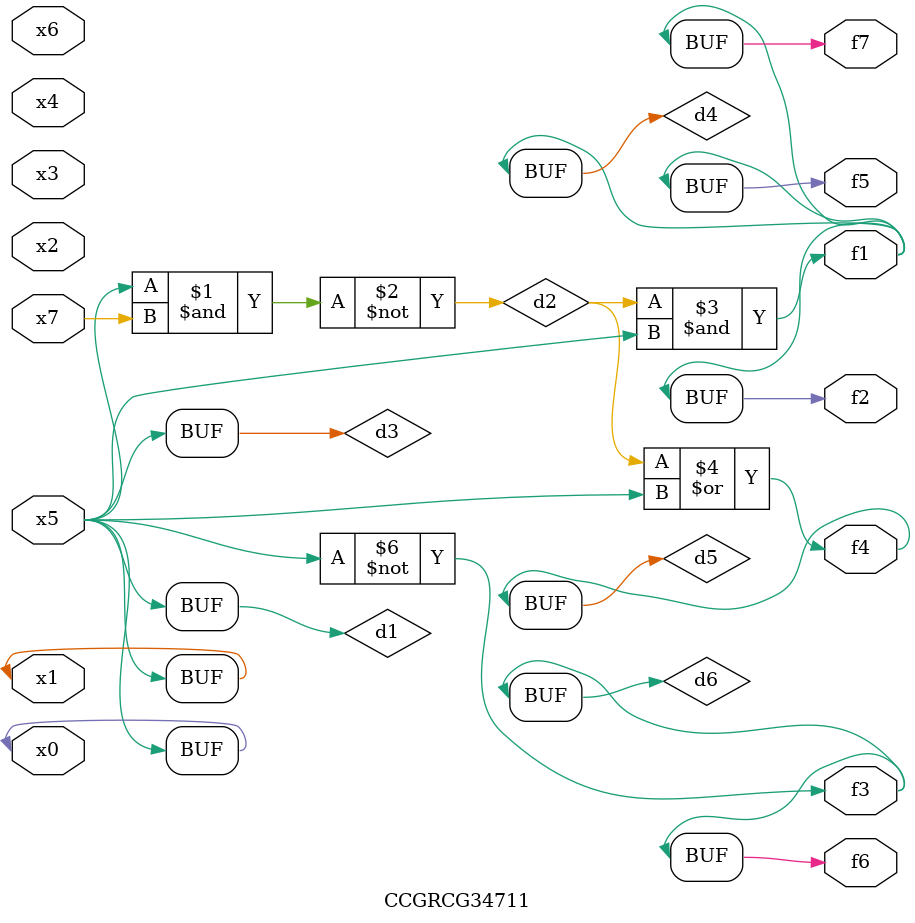
<source format=v>
module CCGRCG34711(
	input x0, x1, x2, x3, x4, x5, x6, x7,
	output f1, f2, f3, f4, f5, f6, f7
);

	wire d1, d2, d3, d4, d5, d6;

	buf (d1, x0, x5);
	nand (d2, x5, x7);
	buf (d3, x0, x1);
	and (d4, d2, d3);
	or (d5, d2, d3);
	nor (d6, d1, d3);
	assign f1 = d4;
	assign f2 = d4;
	assign f3 = d6;
	assign f4 = d5;
	assign f5 = d4;
	assign f6 = d6;
	assign f7 = d4;
endmodule

</source>
